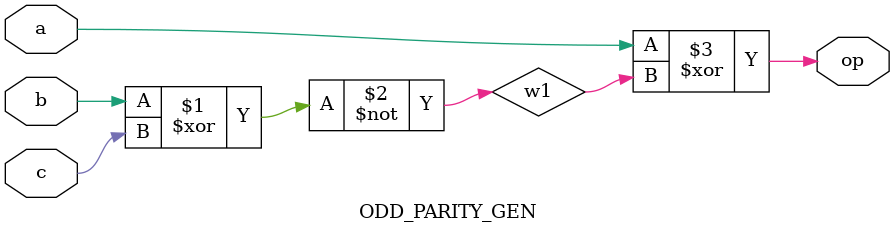
<source format=v>
`timescale 1ns / 1ps


module ODD_PARITY_GEN(
    input a,
    input b,
    input c,
    output op
    );
 wire w1; 
 xnor a1(w1,b,c); 
 xor a2(op,a,w1);
endmodule

</source>
